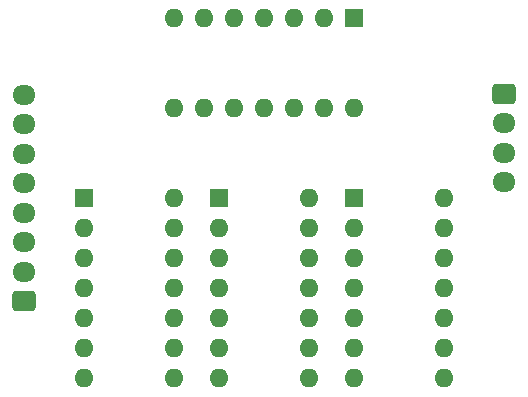
<source format=gbr>
%TF.GenerationSoftware,KiCad,Pcbnew,(6.0.6)*%
%TF.CreationDate,2022-11-12T01:05:56+05:30*%
%TF.ProjectId,exp11,65787031-312e-46b6-9963-61645f706362,rev?*%
%TF.SameCoordinates,Original*%
%TF.FileFunction,Copper,L1,Top*%
%TF.FilePolarity,Positive*%
%FSLAX46Y46*%
G04 Gerber Fmt 4.6, Leading zero omitted, Abs format (unit mm)*
G04 Created by KiCad (PCBNEW (6.0.6)) date 2022-11-12 01:05:56*
%MOMM*%
%LPD*%
G01*
G04 APERTURE LIST*
G04 Aperture macros list*
%AMRoundRect*
0 Rectangle with rounded corners*
0 $1 Rounding radius*
0 $2 $3 $4 $5 $6 $7 $8 $9 X,Y pos of 4 corners*
0 Add a 4 corners polygon primitive as box body*
4,1,4,$2,$3,$4,$5,$6,$7,$8,$9,$2,$3,0*
0 Add four circle primitives for the rounded corners*
1,1,$1+$1,$2,$3*
1,1,$1+$1,$4,$5*
1,1,$1+$1,$6,$7*
1,1,$1+$1,$8,$9*
0 Add four rect primitives between the rounded corners*
20,1,$1+$1,$2,$3,$4,$5,0*
20,1,$1+$1,$4,$5,$6,$7,0*
20,1,$1+$1,$6,$7,$8,$9,0*
20,1,$1+$1,$8,$9,$2,$3,0*%
G04 Aperture macros list end*
%TA.AperFunction,ComponentPad*%
%ADD10R,1.600000X1.600000*%
%TD*%
%TA.AperFunction,ComponentPad*%
%ADD11O,1.600000X1.600000*%
%TD*%
%TA.AperFunction,ComponentPad*%
%ADD12RoundRect,0.250000X0.725000X-0.600000X0.725000X0.600000X-0.725000X0.600000X-0.725000X-0.600000X0*%
%TD*%
%TA.AperFunction,ComponentPad*%
%ADD13O,1.950000X1.700000*%
%TD*%
%TA.AperFunction,ComponentPad*%
%ADD14RoundRect,0.250000X-0.725000X0.600000X-0.725000X-0.600000X0.725000X-0.600000X0.725000X0.600000X0*%
%TD*%
G04 APERTURE END LIST*
D10*
%TO.P,U1,1*%
%TO.N,Net-(U1-Pad1)*%
X123200000Y-102865000D03*
D11*
%TO.P,U1,2*%
%TO.N,Net-(U2-Pad3)*%
X123200000Y-105405000D03*
%TO.P,U1,3*%
%TO.N,Net-(U1-Pad3)*%
X123200000Y-107945000D03*
%TO.P,U1,4*%
%TO.N,N/C*%
X123200000Y-110485000D03*
%TO.P,U1,5*%
X123200000Y-113025000D03*
%TO.P,U1,6*%
X123200000Y-115565000D03*
%TO.P,U1,7,Gnd*%
%TO.N,GND*%
X123200000Y-118105000D03*
%TO.P,U1,8*%
%TO.N,N/C*%
X130820000Y-118105000D03*
%TO.P,U1,9*%
X130820000Y-115565000D03*
%TO.P,U1,10*%
X130820000Y-113025000D03*
%TO.P,U1,11*%
X130820000Y-110485000D03*
%TO.P,U1,12*%
X130820000Y-107945000D03*
%TO.P,U1,13*%
X130820000Y-105405000D03*
%TO.P,U1,14,Vcc*%
%TO.N,VCC*%
X130820000Y-102865000D03*
%TD*%
D12*
%TO.P,J2,1,Pin_1*%
%TO.N,QD*%
X95250000Y-111620000D03*
D13*
%TO.P,J2,2,Pin_2*%
%TO.N,QC*%
X95250000Y-109120000D03*
%TO.P,J2,3,Pin_3*%
%TO.N,QA*%
X95250000Y-106620000D03*
%TO.P,J2,4,Pin_4*%
%TO.N,QB*%
X95250000Y-104120000D03*
%TO.P,J2,5,Pin_5*%
%TO.N,CLK*%
X95250000Y-101620000D03*
%TO.P,J2,6,Pin_6*%
%TO.N,MC*%
X95250000Y-99120000D03*
%TO.P,J2,7,Pin_7*%
%TO.N,VCC*%
X95250000Y-96620000D03*
%TO.P,J2,8,Pin_8*%
%TO.N,GND*%
X95250000Y-94120000D03*
%TD*%
D14*
%TO.P,J1,1,Pin_1*%
%TO.N,A*%
X135897500Y-94040000D03*
D13*
%TO.P,J1,2,Pin_2*%
%TO.N,B*%
X135897500Y-96540000D03*
%TO.P,J1,3,Pin_3*%
%TO.N,C*%
X135897500Y-99040000D03*
%TO.P,J1,4,Pin_4*%
%TO.N,D*%
X135897500Y-101540000D03*
%TD*%
D10*
%TO.P,U4,1,Ser*%
%TO.N,Net-(U1-Pad3)*%
X123195000Y-87640000D03*
D11*
%TO.P,U4,2,P0*%
%TO.N,A*%
X120655000Y-87640000D03*
%TO.P,U4,3,P1*%
%TO.N,B*%
X118115000Y-87640000D03*
%TO.P,U4,4,P2*%
%TO.N,C*%
X115575000Y-87640000D03*
%TO.P,U4,5,P3*%
%TO.N,D*%
X113035000Y-87640000D03*
%TO.P,U4,6,Mode*%
%TO.N,MC*%
X110495000Y-87640000D03*
%TO.P,U4,7,GND*%
%TO.N,GND*%
X107955000Y-87640000D03*
%TO.P,U4,8,~{CK2}*%
%TO.N,CLK*%
X107955000Y-95260000D03*
%TO.P,U4,9,~{CK1}*%
X110495000Y-95260000D03*
%TO.P,U4,10,Q3*%
%TO.N,QD*%
X113035000Y-95260000D03*
%TO.P,U4,11,Q2*%
%TO.N,QC*%
X115575000Y-95260000D03*
%TO.P,U4,12,Q1*%
%TO.N,QB*%
X118115000Y-95260000D03*
%TO.P,U4,13,Q0*%
%TO.N,QA*%
X120655000Y-95260000D03*
%TO.P,U4,14,VCC*%
%TO.N,VCC*%
X123195000Y-95260000D03*
%TD*%
D10*
%TO.P,U3,1*%
%TO.N,QA*%
X100340000Y-102865000D03*
D11*
%TO.P,U3,2*%
%TO.N,Net-(U2-Pad2)*%
X100340000Y-105405000D03*
%TO.P,U3,3*%
%TO.N,QC*%
X100340000Y-107945000D03*
%TO.P,U3,4*%
%TO.N,Net-(U2-Pad5)*%
X100340000Y-110485000D03*
%TO.P,U3,5*%
%TO.N,QD*%
X100340000Y-113025000D03*
%TO.P,U3,6*%
%TO.N,Net-(U2-Pad4)*%
X100340000Y-115565000D03*
%TO.P,U3,7,Gnd*%
%TO.N,GND*%
X100340000Y-118105000D03*
%TO.P,U3,8*%
%TO.N,N/C*%
X107960000Y-118105000D03*
%TO.P,U3,9*%
X107960000Y-115565000D03*
%TO.P,U3,10*%
X107960000Y-113025000D03*
%TO.P,U3,11*%
X107960000Y-110485000D03*
%TO.P,U3,12*%
X107960000Y-107945000D03*
%TO.P,U3,13*%
X107960000Y-105405000D03*
%TO.P,U3,14,Vcc*%
%TO.N,VCC*%
X107960000Y-102865000D03*
%TD*%
D10*
%TO.P,U2,1*%
%TO.N,QC*%
X111770000Y-102865000D03*
D11*
%TO.P,U2,2*%
%TO.N,Net-(U2-Pad2)*%
X111770000Y-105405000D03*
%TO.P,U2,3*%
%TO.N,Net-(U2-Pad3)*%
X111770000Y-107945000D03*
%TO.P,U2,4*%
%TO.N,Net-(U2-Pad4)*%
X111770000Y-110485000D03*
%TO.P,U2,5*%
%TO.N,Net-(U2-Pad5)*%
X111770000Y-113025000D03*
%TO.P,U2,6*%
%TO.N,Net-(U1-Pad1)*%
X111770000Y-115565000D03*
%TO.P,U2,7,Gnd*%
%TO.N,GND*%
X111770000Y-118105000D03*
%TO.P,U2,8*%
%TO.N,N/C*%
X119390000Y-118105000D03*
%TO.P,U2,9*%
X119390000Y-115565000D03*
%TO.P,U2,10*%
X119390000Y-113025000D03*
%TO.P,U2,11*%
X119390000Y-110485000D03*
%TO.P,U2,12*%
X119390000Y-107945000D03*
%TO.P,U2,13*%
X119390000Y-105405000D03*
%TO.P,U2,14,Vcc*%
%TO.N,VCC*%
X119390000Y-102865000D03*
%TD*%
M02*

</source>
